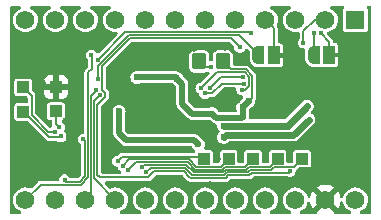
<source format=gbr>
%TF.GenerationSoftware,KiCad,Pcbnew,8.0.7*%
%TF.CreationDate,2025-01-16T05:51:54+01:00*%
%TF.ProjectId,RP2040Micro,52503230-3430-44d6-9963-726f2e6b6963,rev?*%
%TF.SameCoordinates,Original*%
%TF.FileFunction,Copper,L2,Bot*%
%TF.FilePolarity,Positive*%
%FSLAX46Y46*%
G04 Gerber Fmt 4.6, Leading zero omitted, Abs format (unit mm)*
G04 Created by KiCad (PCBNEW 8.0.7) date 2025-01-16 05:51:54*
%MOMM*%
%LPD*%
G01*
G04 APERTURE LIST*
G04 Aperture macros list*
%AMRoundRect*
0 Rectangle with rounded corners*
0 $1 Rounding radius*
0 $2 $3 $4 $5 $6 $7 $8 $9 X,Y pos of 4 corners*
0 Add a 4 corners polygon primitive as box body*
4,1,4,$2,$3,$4,$5,$6,$7,$8,$9,$2,$3,0*
0 Add four circle primitives for the rounded corners*
1,1,$1+$1,$2,$3*
1,1,$1+$1,$4,$5*
1,1,$1+$1,$6,$7*
1,1,$1+$1,$8,$9*
0 Add four rect primitives between the rounded corners*
20,1,$1+$1,$2,$3,$4,$5,0*
20,1,$1+$1,$4,$5,$6,$7,0*
20,1,$1+$1,$6,$7,$8,$9,0*
20,1,$1+$1,$8,$9,$2,$3,0*%
%AMFreePoly0*
4,1,19,0.550000,-0.750000,0.000000,-0.750000,0.000000,-0.744911,-0.071157,-0.744911,-0.207708,-0.704816,-0.327430,-0.627875,-0.420627,-0.520320,-0.479746,-0.390866,-0.500000,-0.250000,-0.500000,0.250000,-0.479746,0.390866,-0.420627,0.520320,-0.327430,0.627875,-0.207708,0.704816,-0.071157,0.744911,0.000000,0.744911,0.000000,0.750000,0.550000,0.750000,0.550000,-0.750000,0.550000,-0.750000,
$1*%
%AMFreePoly1*
4,1,19,0.000000,0.744911,0.071157,0.744911,0.207708,0.704816,0.327430,0.627875,0.420627,0.520320,0.479746,0.390866,0.500000,0.250000,0.500000,-0.250000,0.479746,-0.390866,0.420627,-0.520320,0.327430,-0.627875,0.207708,-0.704816,0.071157,-0.744911,0.000000,-0.744911,0.000000,-0.750000,-0.550000,-0.750000,-0.550000,0.750000,0.000000,0.750000,0.000000,0.744911,0.000000,0.744911,
$1*%
G04 Aperture macros list end*
%TA.AperFunction,EtchedComponent*%
%ADD10C,0.000000*%
%TD*%
%TA.AperFunction,ComponentPad*%
%ADD11R,1.574800X1.574800*%
%TD*%
%TA.AperFunction,ComponentPad*%
%ADD12C,1.574800*%
%TD*%
%TA.AperFunction,SMDPad,CuDef*%
%ADD13R,1.000000X1.000000*%
%TD*%
%TA.AperFunction,SMDPad,CuDef*%
%ADD14RoundRect,0.250000X-0.350000X-0.450000X0.350000X-0.450000X0.350000X0.450000X-0.350000X0.450000X0*%
%TD*%
%TA.AperFunction,SMDPad,CuDef*%
%ADD15FreePoly0,180.000000*%
%TD*%
%TA.AperFunction,SMDPad,CuDef*%
%ADD16R,1.000000X1.500000*%
%TD*%
%TA.AperFunction,SMDPad,CuDef*%
%ADD17FreePoly1,180.000000*%
%TD*%
%TA.AperFunction,ViaPad*%
%ADD18C,0.650000*%
%TD*%
%TA.AperFunction,ViaPad*%
%ADD19C,0.600000*%
%TD*%
%TA.AperFunction,ViaPad*%
%ADD20C,0.450000*%
%TD*%
%TA.AperFunction,Conductor*%
%ADD21C,0.600000*%
%TD*%
%TA.AperFunction,Conductor*%
%ADD22C,0.150000*%
%TD*%
%TA.AperFunction,Conductor*%
%ADD23C,0.500000*%
%TD*%
G04 APERTURE END LIST*
D10*
%TA.AperFunction,EtchedComponent*%
%TO.C,JP1*%
G36*
X133350000Y-86177500D02*
G01*
X132850000Y-86177500D01*
X132850000Y-85777500D01*
X133350000Y-85777500D01*
X133350000Y-86177500D01*
G37*
%TD.AperFunction*%
%TA.AperFunction,EtchedComponent*%
%TO.C,JP2*%
G36*
X128640000Y-86200000D02*
G01*
X128140000Y-86200000D01*
X128140000Y-85800000D01*
X128640000Y-85800000D01*
X128640000Y-86200000D01*
G37*
%TD.AperFunction*%
%TD*%
D11*
%TO.P,U5,1,1/TX*%
%TO.N,D1*%
X134650000Y-83000000D03*
D12*
%TO.P,U5,2,0/RX*%
%TO.N,D0*%
X132110000Y-83000000D03*
%TO.P,U5,3,GND*%
%TO.N,Net-(JP1-C)*%
X129570000Y-83000000D03*
%TO.P,U5,4,GND*%
%TO.N,Net-(JP2-C)*%
X127030000Y-83000000D03*
%TO.P,U5,5,2/SDA*%
%TO.N,D2*%
X124490000Y-83000000D03*
%TO.P,U5,6,3(PWM)/SCL*%
%TO.N,D3*%
X121950000Y-83000000D03*
%TO.P,U5,7,4/A6*%
%TO.N,D4*%
X119410000Y-83000000D03*
%TO.P,U5,8,5(PWM)*%
%TO.N,D5*%
X116870000Y-83000000D03*
%TO.P,U5,9,6(PWM)/A7*%
%TO.N,D6*%
X114330000Y-83000000D03*
%TO.P,U5,10,7*%
%TO.N,D7*%
X111790000Y-83000000D03*
%TO.P,U5,11,8/A8*%
%TO.N,D8*%
X109250000Y-83000000D03*
%TO.P,U5,12,9(PWM)/A9*%
%TO.N,D9*%
X106710000Y-83000000D03*
%TO.P,U5,13,10(PWM)/A10*%
%TO.N,D10*%
X106710000Y-98240000D03*
%TO.P,U5,14,16*%
%TO.N,D16*%
X109250000Y-98240000D03*
%TO.P,U5,15,14*%
%TO.N,D14*%
X111790000Y-98240000D03*
%TO.P,U5,16,15*%
%TO.N,D15*%
X114330000Y-98240000D03*
%TO.P,U5,17,18/A0*%
%TO.N,A0*%
X116870000Y-98240000D03*
%TO.P,U5,18,19/A1*%
%TO.N,A1*%
X119410000Y-98240000D03*
%TO.P,U5,19,20/A2*%
%TO.N,A2*%
X121950000Y-98240000D03*
%TO.P,U5,20,21/A3*%
%TO.N,A3*%
X124490000Y-98240000D03*
%TO.P,U5,21,+5V*%
%TO.N,3.3V*%
X127030000Y-98240000D03*
%TO.P,U5,22,RESET*%
%TO.N,BOOT_SEL*%
X129570000Y-98240000D03*
%TO.P,U5,23,GND*%
%TO.N,GND*%
X132110000Y-98240000D03*
%TO.P,U5,24,VIN*%
%TO.N,VIN*%
X134650000Y-98240000D03*
%TD*%
D13*
%TO.P,J6,1,Pin_1*%
%TO.N,GND*%
X109300000Y-88670000D03*
%TD*%
D14*
%TO.P,R5,1*%
%TO.N,/RP2040/QSPI_SS*%
X121425000Y-86525000D03*
%TO.P,R5,2*%
%TO.N,3.3V*%
X123425000Y-86525000D03*
%TD*%
D13*
%TO.P,J12,1,Pin_1*%
%TO.N,D19*%
X121825000Y-94750000D03*
%TD*%
D15*
%TO.P,JP1,1,A*%
%TO.N,GND*%
X133750000Y-85977500D03*
D16*
%TO.P,JP1,2,C*%
%TO.N,Net-(JP1-C)*%
X132450000Y-85977500D03*
D17*
%TO.P,JP1,3,B*%
%TO.N,D11*%
X131150000Y-85977500D03*
%TD*%
D15*
%TO.P,JP2,1,A*%
%TO.N,GND*%
X129040000Y-86000000D03*
D16*
%TO.P,JP2,2,C*%
%TO.N,Net-(JP2-C)*%
X127740000Y-86000000D03*
D17*
%TO.P,JP2,3,B*%
%TO.N,D12*%
X126440000Y-86000000D03*
%TD*%
D13*
%TO.P,J5,1,Pin_1*%
%TO.N,/RP2040/~{RST}*%
X106525000Y-90795000D03*
%TD*%
%TO.P,J16,1,Pin_1*%
%TO.N,D23*%
X130135000Y-94750000D03*
%TD*%
%TO.P,J3,1,Pin_1*%
%TO.N,/RP2040/SWD*%
X109300000Y-90750000D03*
%TD*%
%TO.P,J15,1,Pin_1*%
%TO.N,D22*%
X128060000Y-94750000D03*
%TD*%
%TO.P,J13,1,Pin_1*%
%TO.N,D20*%
X123910000Y-94750000D03*
%TD*%
%TO.P,J14,1,Pin_1*%
%TO.N,D21*%
X125985000Y-94750000D03*
%TD*%
%TO.P,J4,1,Pin_1*%
%TO.N,/RP2040/SWCLK*%
X106525000Y-88720000D03*
%TD*%
D18*
%TO.N,GND*%
X133310000Y-92360000D03*
X117919800Y-89776000D03*
X130550000Y-93625000D03*
X110740000Y-95640000D03*
D19*
X115625000Y-97425000D03*
D18*
X107000000Y-86725000D03*
X123575000Y-85300000D03*
X130375000Y-89350000D03*
X109500000Y-86825000D03*
X117144800Y-90551000D03*
X116950000Y-85250000D03*
X112040000Y-84590000D03*
X113868554Y-84431446D03*
X117919800Y-91326000D03*
D19*
X117500000Y-96900000D03*
D18*
X116369800Y-89776000D03*
X108425000Y-94700000D03*
X122900000Y-94760000D03*
D19*
X114775000Y-88200000D03*
D18*
X111625000Y-86775000D03*
X132275000Y-95725000D03*
X126075000Y-91075000D03*
X126360000Y-90390000D03*
X106800000Y-93020000D03*
X127300000Y-96725000D03*
D19*
X113850000Y-95575000D03*
D18*
X127850000Y-87575000D03*
X113875000Y-87200000D03*
X108175002Y-90106908D03*
X109900000Y-93900000D03*
D19*
X114775000Y-89500000D03*
D18*
X133290000Y-89330000D03*
X122375000Y-97025000D03*
X106820000Y-95640000D03*
D19*
X113475000Y-94850000D03*
D18*
X130350000Y-87500000D03*
X109640000Y-84660000D03*
X120960000Y-97230000D03*
X121000000Y-85400000D03*
X134675000Y-84850000D03*
X110175000Y-91525000D03*
X134850000Y-96600000D03*
X116369800Y-91326000D03*
X108110002Y-88388816D03*
X124630000Y-89770000D03*
X106720000Y-85010000D03*
X128650000Y-96700000D03*
D20*
%TO.N,/RP2040/USB_D-*%
X130685914Y-91445000D03*
D19*
X123495000Y-92950000D03*
%TO.N,/RP2040/USB_D+*%
X123495000Y-91950000D03*
D20*
X130555000Y-90320000D03*
%TO.N,/RP2040/SWD*%
X109575000Y-92075000D03*
%TO.N,/RP2040/SWCLK*%
X109175000Y-92475000D03*
%TO.N,/RP2040/~{RST}*%
X109704657Y-92875000D03*
%TO.N,/RP2040/QSPI_SS*%
X122400000Y-86975000D03*
%TO.N,D0*%
X130240000Y-84950000D03*
%TO.N,D10*%
X112300000Y-86000000D03*
%TO.N,/RP2040/QSPI_SD3*%
X125100000Y-87850000D03*
X122300000Y-88800000D03*
%TO.N,/RP2040/QSPI_SCLK*%
X121900000Y-89232189D03*
X125225000Y-88400000D03*
%TO.N,/RP2040/QSPI_SD0*%
X121582843Y-88782843D03*
X125048666Y-88929424D03*
%TO.N,D12*%
X112825000Y-87975000D03*
%TO.N,D11*%
X112819124Y-86375000D03*
X131134315Y-84150001D03*
X125820000Y-84150000D03*
%TO.N,D15*%
X113056417Y-89343583D03*
%TO.N,D14*%
X112675000Y-88925000D03*
%TO.N,D19*%
X114525000Y-94975000D03*
%TO.N,BOOT_SEL*%
X124870000Y-85330000D03*
X129110336Y-95825000D03*
%TO.N,D20*%
X114975000Y-95355381D03*
%TO.N,D21*%
X115409801Y-95742931D03*
%TO.N,D22*%
X116585000Y-95475000D03*
%TO.N,D23*%
X116950000Y-95925000D03*
D19*
%TO.N,3.3V*%
X116144800Y-87880092D03*
X116205000Y-93167200D03*
X114640268Y-90742268D03*
X125614913Y-89895087D03*
X119546232Y-87978768D03*
X121350000Y-93550000D03*
X125110000Y-91250000D03*
X125110000Y-90400000D03*
X122520000Y-90950000D03*
D20*
%TO.N,Net-(JP1-C)*%
X131700000Y-84150000D03*
%TO.N,D16*%
X110025000Y-96550000D03*
X111625000Y-93125000D03*
%TD*%
D21*
%TO.N,/RP2040/USB_D-*%
X123695000Y-92750000D02*
X123495000Y-92950000D01*
X130685914Y-91445000D02*
X129380914Y-92750000D01*
X129380914Y-92750000D02*
X123695000Y-92750000D01*
%TO.N,/RP2040/USB_D+*%
X130555000Y-90320000D02*
X128925000Y-91950000D01*
X128925000Y-91950000D02*
X123495000Y-91950000D01*
D22*
%TO.N,/RP2040/SWD*%
X109300000Y-91800000D02*
X109300000Y-90750000D01*
X109575000Y-92075000D02*
X109300000Y-91800000D01*
%TO.N,/RP2040/SWCLK*%
X107230000Y-89425000D02*
X106550000Y-88745000D01*
X107230000Y-91088578D02*
X107230000Y-89425000D01*
X108616422Y-92475000D02*
X107230000Y-91088578D01*
X109175000Y-92475000D02*
X108616422Y-92475000D01*
%TO.N,/RP2040/~{RST}*%
X109704657Y-92875000D02*
X109672877Y-92906780D01*
X106582868Y-90795000D02*
X106525000Y-90795000D01*
X109672877Y-92906780D02*
X108694648Y-92906780D01*
X108694648Y-92906780D02*
X106582868Y-90795000D01*
%TO.N,/RP2040/QSPI_SS*%
X121425000Y-86525000D02*
X121875000Y-86975000D01*
X121875000Y-86975000D02*
X122400000Y-86975000D01*
%TO.N,D1*%
X134230000Y-83430000D02*
X134610000Y-83050000D01*
%TO.N,D0*%
X130240000Y-84950000D02*
X130240000Y-83980000D01*
X130240000Y-83980000D02*
X131220000Y-83000000D01*
X131220000Y-83000000D02*
X132110000Y-83000000D01*
X132070000Y-83610000D02*
X132070000Y-83050000D01*
%TO.N,D2*%
X123892892Y-83050000D02*
X124450000Y-83050000D01*
X124430000Y-83050000D02*
X124440000Y-83060000D01*
X123875000Y-83050000D02*
X124430000Y-83050000D01*
%TO.N,D10*%
X112025000Y-87450000D02*
X112025000Y-96345000D01*
X112300000Y-86000000D02*
X112350000Y-86050000D01*
X111420000Y-96950000D02*
X108000000Y-96950000D01*
X112025000Y-96345000D02*
X111420000Y-96950000D01*
X112350000Y-86050000D02*
X112350000Y-87125000D01*
X112350000Y-87125000D02*
X112025000Y-87450000D01*
X108000000Y-96950000D02*
X106710000Y-98240000D01*
%TO.N,/RP2040/QSPI_SD3*%
X123250000Y-87800000D02*
X125050000Y-87800000D01*
X122300000Y-88750000D02*
X123250000Y-87800000D01*
X122300000Y-88800000D02*
X122300000Y-88750000D01*
X125050000Y-87800000D02*
X125100000Y-87850000D01*
%TO.N,/RP2040/QSPI_SCLK*%
X121900000Y-89232189D02*
X122542811Y-89232189D01*
X123375000Y-88400000D02*
X125225000Y-88400000D01*
X122542811Y-89232189D02*
X123375000Y-88400000D01*
%TO.N,/RP2040/QSPI_SD0*%
X125265686Y-87450000D02*
X122915686Y-87450000D01*
X125625000Y-88565686D02*
X125625000Y-87809314D01*
X125625000Y-87809314D02*
X125265686Y-87450000D01*
X122915686Y-87450000D02*
X121582843Y-88782843D01*
X125261262Y-88929424D02*
X125625000Y-88565686D01*
X125048666Y-88929424D02*
X125261262Y-88929424D01*
%TO.N,A1*%
X119340000Y-98290000D02*
X119370000Y-98290000D01*
%TO.N,D12*%
X124800000Y-84300000D02*
X126215000Y-85715000D01*
X112825000Y-87975000D02*
X112825000Y-86934810D01*
X115459810Y-84300000D02*
X124800000Y-84300000D01*
X112825000Y-86934810D02*
X115459810Y-84300000D01*
%TO.N,D11*%
X131150000Y-84165686D02*
X131150000Y-85467500D01*
X131134315Y-84150001D02*
X131150000Y-84165686D01*
X115144124Y-84050000D02*
X125720000Y-84050000D01*
X112819124Y-86375000D02*
X115144124Y-84050000D01*
X125720000Y-84050000D02*
X125820000Y-84150000D01*
%TO.N,D15*%
X112525000Y-96435000D02*
X114330000Y-98240000D01*
X112525000Y-89875000D02*
X112525000Y-96435000D01*
X113056417Y-89343583D02*
X112525000Y-89875000D01*
%TO.N,D14*%
X112675000Y-89025000D02*
X112275000Y-89425000D01*
X112275000Y-97755000D02*
X111790000Y-98240000D01*
X111750000Y-98290000D02*
X111758000Y-98298000D01*
X112275000Y-89425000D02*
X112275000Y-97755000D01*
X112025000Y-98015000D02*
X111750000Y-98290000D01*
X112675000Y-88925000D02*
X112675000Y-89025000D01*
%TO.N,D19*%
X114925000Y-94575000D02*
X121650000Y-94575000D01*
X114525000Y-94975000D02*
X114925000Y-94575000D01*
X121650000Y-94575000D02*
X121825000Y-94750000D01*
%TO.N,BOOT_SEL*%
X117615686Y-95825000D02*
X120135785Y-95825000D01*
X113020000Y-96350000D02*
X117090686Y-96350000D01*
X123649216Y-96425000D02*
X123899216Y-96175000D01*
X117090686Y-96350000D02*
X117615686Y-95825000D01*
X113456417Y-89509269D02*
X112775000Y-90190686D01*
X112775000Y-96105000D02*
X113020000Y-96350000D01*
X129005336Y-95930000D02*
X129110336Y-95825000D01*
X125620662Y-96175000D02*
X125865662Y-95930000D01*
X113225000Y-88946480D02*
X113456417Y-89177897D01*
X125865662Y-95930000D02*
X129005336Y-95930000D01*
X115563364Y-84550000D02*
X113225000Y-86888364D01*
X120735784Y-96425000D02*
X123649216Y-96425000D01*
X129570000Y-97695000D02*
X129570000Y-98240000D01*
X123899216Y-96175000D02*
X125620662Y-96175000D01*
X124870000Y-85330000D02*
X124090000Y-84550000D01*
X113456417Y-89177897D02*
X113456417Y-89509269D01*
X124090000Y-84550000D02*
X115563364Y-84550000D01*
X120589338Y-96278553D02*
X120735784Y-96425000D01*
X112775000Y-90190686D02*
X112775000Y-96105000D01*
X120135785Y-95825000D02*
X120589338Y-96278553D01*
X113225000Y-86888364D02*
X113225000Y-88946480D01*
%TO.N,D20*%
X115505381Y-94825000D02*
X120550000Y-94825000D01*
X121150000Y-95425000D02*
X123235000Y-95425000D01*
X123235000Y-95425000D02*
X123910000Y-94750000D01*
X120550000Y-94825000D02*
X121150000Y-95425000D01*
X114975000Y-95355381D02*
X115505381Y-94825000D01*
%TO.N,D21*%
X123588554Y-95425000D02*
X125310000Y-95425000D01*
X125310000Y-95425000D02*
X125985000Y-94750000D01*
X120446446Y-95075000D02*
X121046446Y-95675000D01*
X123338554Y-95675000D02*
X123588554Y-95425000D01*
X121046446Y-95675000D02*
X123338554Y-95675000D01*
X115409801Y-95742931D02*
X116077732Y-95075000D01*
X116077732Y-95075000D02*
X120446446Y-95075000D01*
%TO.N,D22*%
X125413554Y-95675000D02*
X125658554Y-95430000D01*
X127380000Y-95430000D02*
X128060000Y-94750000D01*
X116585000Y-95475000D02*
X116735000Y-95325000D01*
X116735000Y-95325000D02*
X120342892Y-95325000D01*
X125658554Y-95430000D02*
X127380000Y-95430000D01*
X123692108Y-95675000D02*
X125413554Y-95675000D01*
X120342892Y-95325000D02*
X120942892Y-95925000D01*
X123442108Y-95925000D02*
X123692108Y-95675000D01*
X120942892Y-95925000D02*
X123442108Y-95925000D01*
%TO.N,D23*%
X123545662Y-96175000D02*
X123795662Y-95925000D01*
X123795662Y-95925000D02*
X125517108Y-95925000D01*
X120839338Y-96175000D02*
X123545662Y-96175000D01*
X116950000Y-95925000D02*
X117300000Y-95575000D01*
X120239338Y-95575000D02*
X120839338Y-96175000D01*
X127738554Y-95425000D02*
X129460000Y-95425000D01*
X125517108Y-95925000D02*
X125762108Y-95680000D01*
X125762108Y-95680000D02*
X127483554Y-95680000D01*
X117300000Y-95575000D02*
X120239338Y-95575000D01*
X127483554Y-95680000D02*
X127738554Y-95425000D01*
X129460000Y-95425000D02*
X130135000Y-94750000D01*
%TO.N,3.3V*%
X116064692Y-87960200D02*
X116144800Y-87880092D01*
D23*
X122520000Y-90950000D02*
X122870000Y-91300000D01*
X120000000Y-88432536D02*
X119546232Y-87978768D01*
X120800000Y-90950000D02*
X120000000Y-90150000D01*
X122520000Y-90950000D02*
X120800000Y-90950000D01*
D22*
X125900000Y-87730760D02*
X125369240Y-87200000D01*
D23*
X120000000Y-90150000D02*
X120000000Y-88432536D01*
D22*
X123800000Y-86480000D02*
X123830000Y-86450000D01*
X125900000Y-89610000D02*
X125900000Y-87730760D01*
D23*
X114640268Y-90742268D02*
X114640268Y-92590268D01*
X119546232Y-87978768D02*
X119417464Y-87850000D01*
X125110000Y-90400000D02*
X125110000Y-91250000D01*
X125614913Y-89895087D02*
X125110000Y-90400000D01*
D22*
X125614913Y-89895087D02*
X125900000Y-89610000D01*
D23*
X116172200Y-93200000D02*
X116205000Y-93167200D01*
X116212800Y-93175000D02*
X120975000Y-93175000D01*
D22*
X125369240Y-87200000D02*
X124100000Y-87200000D01*
D23*
X116205000Y-93167200D02*
X116212800Y-93175000D01*
X125060000Y-91300000D02*
X125110000Y-91250000D01*
X114640268Y-92590268D02*
X115250000Y-93200000D01*
X119417464Y-87850000D02*
X116174892Y-87850000D01*
X116174892Y-87850000D02*
X116144800Y-87880092D01*
D22*
X124100000Y-87200000D02*
X123425000Y-86525000D01*
D23*
X115250000Y-93200000D02*
X116172200Y-93200000D01*
X120975000Y-93175000D02*
X121350000Y-93550000D01*
X122870000Y-91300000D02*
X125060000Y-91300000D01*
D22*
%TO.N,Net-(JP1-C)*%
X132450000Y-84900000D02*
X132450000Y-85467500D01*
X131700000Y-84150000D02*
X132450000Y-84900000D01*
%TO.N,Net-(JP2-C)*%
X127740000Y-86000000D02*
X127740000Y-83710000D01*
X127740000Y-83710000D02*
X127030000Y-83000000D01*
%TO.N,D16*%
X111316446Y-96700000D02*
X110175000Y-96700000D01*
X111775000Y-93275000D02*
X111775000Y-96241446D01*
X111625000Y-93125000D02*
X111775000Y-93275000D01*
X111775000Y-96241446D02*
X111316446Y-96700000D01*
X110175000Y-96700000D02*
X110025000Y-96550000D01*
%TD*%
%TA.AperFunction,Conductor*%
%TO.N,GND*%
G36*
X106268229Y-81850185D02*
G01*
X106313984Y-81902989D01*
X106323928Y-81972147D01*
X106294903Y-82035703D01*
X106259643Y-82063858D01*
X106130589Y-82132838D01*
X106130582Y-82132842D01*
X105972542Y-82262542D01*
X105842842Y-82420582D01*
X105842838Y-82420589D01*
X105746466Y-82600889D01*
X105687117Y-82796533D01*
X105667078Y-83000000D01*
X105687117Y-83203466D01*
X105746466Y-83399110D01*
X105842838Y-83579410D01*
X105842842Y-83579417D01*
X105972542Y-83737457D01*
X106130582Y-83867157D01*
X106130589Y-83867161D01*
X106173846Y-83890282D01*
X106310891Y-83963534D01*
X106506536Y-84022883D01*
X106710000Y-84042922D01*
X106913464Y-84022883D01*
X107109109Y-83963534D01*
X107289416Y-83867158D01*
X107447457Y-83737457D01*
X107577158Y-83579416D01*
X107673534Y-83399109D01*
X107732883Y-83203464D01*
X107752922Y-83000000D01*
X107732883Y-82796536D01*
X107673534Y-82600891D01*
X107577158Y-82420584D01*
X107577157Y-82420582D01*
X107447457Y-82262542D01*
X107289417Y-82132842D01*
X107289410Y-82132838D01*
X107160357Y-82063858D01*
X107110513Y-82014896D01*
X107095052Y-81946758D01*
X107118883Y-81881079D01*
X107174441Y-81838710D01*
X107218810Y-81830500D01*
X108741190Y-81830500D01*
X108808229Y-81850185D01*
X108853984Y-81902989D01*
X108863928Y-81972147D01*
X108834903Y-82035703D01*
X108799643Y-82063858D01*
X108670589Y-82132838D01*
X108670582Y-82132842D01*
X108512542Y-82262542D01*
X108382842Y-82420582D01*
X108382838Y-82420589D01*
X108286466Y-82600889D01*
X108227117Y-82796533D01*
X108207078Y-83000000D01*
X108227117Y-83203466D01*
X108286466Y-83399110D01*
X108382838Y-83579410D01*
X108382842Y-83579417D01*
X108512542Y-83737457D01*
X108670582Y-83867157D01*
X108670589Y-83867161D01*
X108713846Y-83890282D01*
X108850891Y-83963534D01*
X109046536Y-84022883D01*
X109250000Y-84042922D01*
X109453464Y-84022883D01*
X109649109Y-83963534D01*
X109829416Y-83867158D01*
X109987457Y-83737457D01*
X110117158Y-83579416D01*
X110213534Y-83399109D01*
X110272883Y-83203464D01*
X110292922Y-83000000D01*
X110272883Y-82796536D01*
X110213534Y-82600891D01*
X110117158Y-82420584D01*
X110117157Y-82420582D01*
X109987457Y-82262542D01*
X109829417Y-82132842D01*
X109829410Y-82132838D01*
X109700357Y-82063858D01*
X109650513Y-82014896D01*
X109635052Y-81946758D01*
X109658883Y-81881079D01*
X109714441Y-81838710D01*
X109758810Y-81830500D01*
X111281190Y-81830500D01*
X111348229Y-81850185D01*
X111393984Y-81902989D01*
X111403928Y-81972147D01*
X111374903Y-82035703D01*
X111339643Y-82063858D01*
X111210589Y-82132838D01*
X111210582Y-82132842D01*
X111052542Y-82262542D01*
X110922842Y-82420582D01*
X110922838Y-82420589D01*
X110826466Y-82600889D01*
X110767117Y-82796533D01*
X110747078Y-83000000D01*
X110767117Y-83203466D01*
X110826466Y-83399110D01*
X110922838Y-83579410D01*
X110922842Y-83579417D01*
X111052542Y-83737457D01*
X111210582Y-83867157D01*
X111210589Y-83867161D01*
X111253846Y-83890282D01*
X111390891Y-83963534D01*
X111586536Y-84022883D01*
X111790000Y-84042922D01*
X111993464Y-84022883D01*
X112189109Y-83963534D01*
X112369416Y-83867158D01*
X112527457Y-83737457D01*
X112657158Y-83579416D01*
X112753534Y-83399109D01*
X112812883Y-83203464D01*
X112832922Y-83000000D01*
X112812883Y-82796536D01*
X112753534Y-82600891D01*
X112657158Y-82420584D01*
X112657157Y-82420582D01*
X112527457Y-82262542D01*
X112369417Y-82132842D01*
X112369410Y-82132838D01*
X112240357Y-82063858D01*
X112190513Y-82014896D01*
X112175052Y-81946758D01*
X112198883Y-81881079D01*
X112254441Y-81838710D01*
X112298810Y-81830500D01*
X113821190Y-81830500D01*
X113888229Y-81850185D01*
X113933984Y-81902989D01*
X113943928Y-81972147D01*
X113914903Y-82035703D01*
X113879643Y-82063858D01*
X113750589Y-82132838D01*
X113750582Y-82132842D01*
X113592542Y-82262542D01*
X113462842Y-82420582D01*
X113462838Y-82420589D01*
X113366466Y-82600889D01*
X113307117Y-82796533D01*
X113287078Y-83000000D01*
X113307117Y-83203466D01*
X113366466Y-83399110D01*
X113462838Y-83579410D01*
X113462842Y-83579417D01*
X113592542Y-83737457D01*
X113750582Y-83867157D01*
X113750589Y-83867161D01*
X113793846Y-83890282D01*
X113930891Y-83963534D01*
X114126536Y-84022883D01*
X114330000Y-84042922D01*
X114385413Y-84037464D01*
X114454059Y-84050483D01*
X114504769Y-84098547D01*
X114521444Y-84166398D01*
X114498788Y-84232493D01*
X114485248Y-84248548D01*
X112921140Y-85812656D01*
X112859817Y-85846141D01*
X112790125Y-85841157D01*
X112734192Y-85799285D01*
X112720665Y-85776488D01*
X112704131Y-85740285D01*
X112704130Y-85740282D01*
X112681035Y-85713629D01*
X112614590Y-85636946D01*
X112614586Y-85636942D01*
X112517421Y-85574500D01*
X112499561Y-85563022D01*
X112499560Y-85563021D01*
X112499559Y-85563021D01*
X112368368Y-85524500D01*
X112368367Y-85524500D01*
X112231633Y-85524500D01*
X112231632Y-85524500D01*
X112100440Y-85563021D01*
X111985413Y-85636942D01*
X111985409Y-85636946D01*
X111895872Y-85740278D01*
X111895867Y-85740285D01*
X111839070Y-85864654D01*
X111839068Y-85864662D01*
X111819610Y-86000000D01*
X111839068Y-86135337D01*
X111839070Y-86135345D01*
X111895867Y-86259714D01*
X111895872Y-86259721D01*
X111991219Y-86369758D01*
X111989199Y-86371508D01*
X112019475Y-86418612D01*
X112024500Y-86453554D01*
X112024500Y-86938811D01*
X112004815Y-87005850D01*
X111988181Y-87026492D01*
X111764537Y-87250135D01*
X111764533Y-87250141D01*
X111721681Y-87324361D01*
X111721682Y-87324362D01*
X111699500Y-87407147D01*
X111699500Y-92525500D01*
X111679815Y-92592539D01*
X111627011Y-92638294D01*
X111575500Y-92649500D01*
X111556632Y-92649500D01*
X111425440Y-92688021D01*
X111310413Y-92761942D01*
X111310409Y-92761946D01*
X111220872Y-92865278D01*
X111220867Y-92865285D01*
X111164070Y-92989654D01*
X111164068Y-92989662D01*
X111144610Y-93125000D01*
X111164068Y-93260337D01*
X111164070Y-93260345D01*
X111220867Y-93384714D01*
X111220872Y-93384721D01*
X111310409Y-93488053D01*
X111310413Y-93488057D01*
X111392538Y-93540834D01*
X111438294Y-93593637D01*
X111449500Y-93645150D01*
X111449500Y-96055257D01*
X111429815Y-96122296D01*
X111413181Y-96142938D01*
X111217938Y-96338181D01*
X111156615Y-96371666D01*
X111130257Y-96374500D01*
X110547280Y-96374500D01*
X110480241Y-96354815D01*
X110434486Y-96302011D01*
X110429130Y-96290282D01*
X110339589Y-96186945D01*
X110339586Y-96186942D01*
X110224559Y-96113021D01*
X110093368Y-96074500D01*
X110093367Y-96074500D01*
X109956633Y-96074500D01*
X109956632Y-96074500D01*
X109825440Y-96113021D01*
X109710413Y-96186942D01*
X109710409Y-96186946D01*
X109620872Y-96290278D01*
X109620867Y-96290285D01*
X109564070Y-96414654D01*
X109564068Y-96414663D01*
X109561077Y-96435465D01*
X109551320Y-96503334D01*
X109549190Y-96518146D01*
X109520165Y-96581702D01*
X109461387Y-96619477D01*
X109426452Y-96624500D01*
X107957147Y-96624500D01*
X107874362Y-96646682D01*
X107874359Y-96646683D01*
X107824449Y-96675499D01*
X107807186Y-96685466D01*
X107802594Y-96688116D01*
X107800134Y-96689537D01*
X107241303Y-97248368D01*
X107179980Y-97281853D01*
X107115244Y-97277223D01*
X107114938Y-97278234D01*
X107110484Y-97276883D01*
X107110288Y-97276869D01*
X107109782Y-97276670D01*
X106913466Y-97217117D01*
X106710000Y-97197078D01*
X106506533Y-97217117D01*
X106310889Y-97276466D01*
X106130589Y-97372838D01*
X106130582Y-97372842D01*
X105972542Y-97502542D01*
X105842842Y-97660582D01*
X105842838Y-97660589D01*
X105746466Y-97840889D01*
X105687117Y-98036533D01*
X105667078Y-98240000D01*
X105687117Y-98443466D01*
X105746466Y-98639110D01*
X105842838Y-98819410D01*
X105842842Y-98819417D01*
X105972542Y-98977457D01*
X106130582Y-99107157D01*
X106130589Y-99107161D01*
X106297060Y-99196142D01*
X106346904Y-99245104D01*
X106362365Y-99313242D01*
X106338533Y-99378921D01*
X106282976Y-99421290D01*
X106238607Y-99429500D01*
X105524500Y-99429500D01*
X105457461Y-99409815D01*
X105411706Y-99357011D01*
X105400500Y-99305500D01*
X105400500Y-88195321D01*
X105774500Y-88195321D01*
X105774500Y-89244678D01*
X105789032Y-89317735D01*
X105789033Y-89317739D01*
X105796103Y-89328320D01*
X105844399Y-89400601D01*
X105927260Y-89455966D01*
X105927264Y-89455967D01*
X106000321Y-89470499D01*
X106000324Y-89470500D01*
X106000326Y-89470500D01*
X106763811Y-89470500D01*
X106830850Y-89490185D01*
X106851492Y-89506819D01*
X106868181Y-89523508D01*
X106901666Y-89584831D01*
X106904500Y-89611189D01*
X106904500Y-89920500D01*
X106884815Y-89987539D01*
X106832011Y-90033294D01*
X106780500Y-90044500D01*
X106000323Y-90044500D01*
X105927264Y-90059032D01*
X105927260Y-90059033D01*
X105844399Y-90114399D01*
X105789033Y-90197260D01*
X105789032Y-90197264D01*
X105774500Y-90270321D01*
X105774500Y-91319678D01*
X105789032Y-91392735D01*
X105789033Y-91392739D01*
X105789034Y-91392740D01*
X105844399Y-91475601D01*
X105909691Y-91519227D01*
X105927260Y-91530966D01*
X105927264Y-91530967D01*
X106000321Y-91545499D01*
X106000324Y-91545500D01*
X106000326Y-91545500D01*
X106821679Y-91545500D01*
X106888718Y-91565185D01*
X106909360Y-91581819D01*
X108494786Y-93167245D01*
X108569009Y-93210098D01*
X108651795Y-93232280D01*
X108737501Y-93232280D01*
X109344673Y-93232280D01*
X109411710Y-93251963D01*
X109505096Y-93311978D01*
X109505098Y-93311978D01*
X109505099Y-93311979D01*
X109636289Y-93350500D01*
X109636290Y-93350500D01*
X109773024Y-93350500D01*
X109904218Y-93311978D01*
X110019246Y-93238055D01*
X110108787Y-93134718D01*
X110165588Y-93010342D01*
X110185047Y-92875000D01*
X110165588Y-92739658D01*
X110147248Y-92699500D01*
X110108789Y-92615285D01*
X110108784Y-92615278D01*
X110019247Y-92511946D01*
X110019243Y-92511942D01*
X110014566Y-92508937D01*
X109968810Y-92456134D01*
X109958866Y-92386975D01*
X109977294Y-92337573D01*
X109979121Y-92334727D01*
X109979130Y-92334718D01*
X110035931Y-92210342D01*
X110055390Y-92075000D01*
X110035931Y-91939658D01*
X109991722Y-91842854D01*
X109979132Y-91815285D01*
X109979127Y-91815278D01*
X109889590Y-91711946D01*
X109889587Y-91711943D01*
X109878386Y-91704745D01*
X109832632Y-91651941D01*
X109822688Y-91582783D01*
X109851713Y-91519227D01*
X109887860Y-91493163D01*
X109887585Y-91492751D01*
X109897739Y-91485966D01*
X109897740Y-91485966D01*
X109980601Y-91430601D01*
X110035966Y-91347740D01*
X110050500Y-91274674D01*
X110050500Y-90225326D01*
X110050500Y-90225323D01*
X110050499Y-90225321D01*
X110035967Y-90152264D01*
X110035966Y-90152260D01*
X110015999Y-90122377D01*
X109980601Y-90069399D01*
X109897740Y-90014034D01*
X109897739Y-90014033D01*
X109897735Y-90014032D01*
X109824677Y-89999500D01*
X109824674Y-89999500D01*
X108775326Y-89999500D01*
X108775323Y-89999500D01*
X108702264Y-90014032D01*
X108702260Y-90014033D01*
X108619399Y-90069399D01*
X108564033Y-90152260D01*
X108564032Y-90152264D01*
X108549500Y-90225321D01*
X108549500Y-91274678D01*
X108564032Y-91347735D01*
X108564033Y-91347739D01*
X108582405Y-91375235D01*
X108619399Y-91430601D01*
X108702260Y-91485966D01*
X108702264Y-91485967D01*
X108775321Y-91500499D01*
X108775324Y-91500500D01*
X108775326Y-91500500D01*
X108850500Y-91500500D01*
X108917539Y-91520185D01*
X108963294Y-91572989D01*
X108974500Y-91624500D01*
X108974500Y-91842854D01*
X108995816Y-91922409D01*
X108994153Y-91992259D01*
X108954989Y-92050121D01*
X108943080Y-92058817D01*
X108855155Y-92115322D01*
X108788115Y-92135006D01*
X108721076Y-92115321D01*
X108700435Y-92098687D01*
X108147248Y-91545500D01*
X107591819Y-90990070D01*
X107558334Y-90928747D01*
X107555500Y-90902389D01*
X107555500Y-89382150D01*
X107555500Y-89382147D01*
X107541077Y-89328318D01*
X107533318Y-89299361D01*
X107490465Y-89225138D01*
X107483171Y-89217844D01*
X108300000Y-89217844D01*
X108306401Y-89277372D01*
X108306403Y-89277379D01*
X108356645Y-89412086D01*
X108356649Y-89412093D01*
X108442809Y-89527187D01*
X108442812Y-89527190D01*
X108557906Y-89613350D01*
X108557913Y-89613354D01*
X108692620Y-89663596D01*
X108692627Y-89663598D01*
X108752155Y-89669999D01*
X108752172Y-89670000D01*
X109050000Y-89670000D01*
X109550000Y-89670000D01*
X109847828Y-89670000D01*
X109847844Y-89669999D01*
X109907372Y-89663598D01*
X109907379Y-89663596D01*
X110042086Y-89613354D01*
X110042093Y-89613350D01*
X110157187Y-89527190D01*
X110157190Y-89527187D01*
X110243350Y-89412093D01*
X110243354Y-89412086D01*
X110293596Y-89277379D01*
X110293598Y-89277372D01*
X110299999Y-89217844D01*
X110300000Y-89217827D01*
X110300000Y-88920000D01*
X109550000Y-88920000D01*
X109550000Y-89670000D01*
X109050000Y-89670000D01*
X109050000Y-88920000D01*
X108300000Y-88920000D01*
X108300000Y-89217844D01*
X107483171Y-89217844D01*
X107311819Y-89046492D01*
X107278334Y-88985169D01*
X107275500Y-88958811D01*
X107275500Y-88195323D01*
X107275499Y-88195321D01*
X107260967Y-88122264D01*
X107260966Y-88122260D01*
X107260896Y-88122155D01*
X108300000Y-88122155D01*
X108300000Y-88420000D01*
X109050000Y-88420000D01*
X109550000Y-88420000D01*
X110300000Y-88420000D01*
X110300000Y-88122172D01*
X110299999Y-88122155D01*
X110293598Y-88062627D01*
X110293596Y-88062620D01*
X110243354Y-87927913D01*
X110243350Y-87927906D01*
X110157190Y-87812812D01*
X110157187Y-87812809D01*
X110042093Y-87726649D01*
X110042086Y-87726645D01*
X109907379Y-87676403D01*
X109907372Y-87676401D01*
X109847844Y-87670000D01*
X109550000Y-87670000D01*
X109550000Y-88420000D01*
X109050000Y-88420000D01*
X109050000Y-87670000D01*
X108752155Y-87670000D01*
X108692627Y-87676401D01*
X108692620Y-87676403D01*
X108557913Y-87726645D01*
X108557906Y-87726649D01*
X108442812Y-87812809D01*
X108442809Y-87812812D01*
X108356649Y-87927906D01*
X108356645Y-87927913D01*
X108306403Y-88062620D01*
X108306401Y-88062627D01*
X108300000Y-88122155D01*
X107260896Y-88122155D01*
X107253003Y-88110342D01*
X107205601Y-88039399D01*
X107122740Y-87984034D01*
X107122739Y-87984033D01*
X107122735Y-87984032D01*
X107049677Y-87969500D01*
X107049674Y-87969500D01*
X106000326Y-87969500D01*
X106000323Y-87969500D01*
X105927264Y-87984032D01*
X105927260Y-87984033D01*
X105844399Y-88039399D01*
X105789033Y-88122260D01*
X105789032Y-88122264D01*
X105774500Y-88195321D01*
X105400500Y-88195321D01*
X105400500Y-81954500D01*
X105420185Y-81887461D01*
X105472989Y-81841706D01*
X105524500Y-81830500D01*
X106201190Y-81830500D01*
X106268229Y-81850185D01*
G37*
%TD.AperFunction*%
%TA.AperFunction,Conductor*%
G36*
X129128229Y-81850185D02*
G01*
X129173984Y-81902989D01*
X129183928Y-81972147D01*
X129154903Y-82035703D01*
X129119643Y-82063858D01*
X128990589Y-82132838D01*
X128990582Y-82132842D01*
X128832542Y-82262542D01*
X128702842Y-82420582D01*
X128702838Y-82420589D01*
X128606466Y-82600889D01*
X128547117Y-82796533D01*
X128527078Y-83000000D01*
X128547117Y-83203466D01*
X128606466Y-83399110D01*
X128702838Y-83579410D01*
X128702842Y-83579417D01*
X128832542Y-83737457D01*
X128990582Y-83867157D01*
X128990589Y-83867161D01*
X129033846Y-83890282D01*
X129170891Y-83963534D01*
X129366536Y-84022883D01*
X129570000Y-84042922D01*
X129773464Y-84022883D01*
X129773464Y-84022882D01*
X129778346Y-84022402D01*
X129846992Y-84035421D01*
X129897702Y-84083486D01*
X129914500Y-84145805D01*
X129914500Y-84553288D01*
X129894815Y-84620327D01*
X129884213Y-84634490D01*
X129835872Y-84690277D01*
X129835867Y-84690285D01*
X129779070Y-84814654D01*
X129779068Y-84814662D01*
X129759610Y-84950000D01*
X129779068Y-85085337D01*
X129779070Y-85085345D01*
X129835867Y-85209714D01*
X129835872Y-85209721D01*
X129925409Y-85313053D01*
X129925413Y-85313057D01*
X129951778Y-85330000D01*
X130040439Y-85386978D01*
X130106036Y-85406239D01*
X130171632Y-85425500D01*
X130287048Y-85425500D01*
X130354087Y-85445185D01*
X130399842Y-85497989D01*
X130409786Y-85567147D01*
X130391959Y-85691138D01*
X130391959Y-85763861D01*
X130393238Y-85772756D01*
X130394500Y-85790402D01*
X130394500Y-86164597D01*
X130393238Y-86182242D01*
X130391959Y-86191135D01*
X130391959Y-86263861D01*
X130412419Y-86406171D01*
X130432910Y-86475957D01*
X130492630Y-86606727D01*
X130492639Y-86606743D01*
X130531950Y-86667911D01*
X130531961Y-86667927D01*
X130626106Y-86776577D01*
X130681069Y-86824202D01*
X130802017Y-86901931D01*
X130802020Y-86901932D01*
X130802023Y-86901934D01*
X130868174Y-86932144D01*
X131006129Y-86972651D01*
X131078111Y-86983000D01*
X131078113Y-86983000D01*
X131700002Y-86983000D01*
X131801040Y-86962902D01*
X131849424Y-86962902D01*
X131925323Y-86978000D01*
X131925326Y-86978000D01*
X132974676Y-86978000D01*
X132974677Y-86977999D01*
X133047740Y-86963466D01*
X133130601Y-86908101D01*
X133185966Y-86825240D01*
X133200500Y-86752174D01*
X133200500Y-85202826D01*
X133200500Y-85202823D01*
X133200499Y-85202821D01*
X133185967Y-85129764D01*
X133185966Y-85129760D01*
X133130601Y-85046899D01*
X133047740Y-84991534D01*
X133047739Y-84991533D01*
X133047735Y-84991532D01*
X132974677Y-84977000D01*
X132974674Y-84977000D01*
X132899500Y-84977000D01*
X132832461Y-84957315D01*
X132786706Y-84904511D01*
X132778111Y-84865002D01*
X132776561Y-84865207D01*
X132775500Y-84857149D01*
X132775500Y-84857147D01*
X132753318Y-84774362D01*
X132753318Y-84774361D01*
X132710465Y-84700138D01*
X132243724Y-84233397D01*
X132210239Y-84172074D01*
X132215223Y-84102382D01*
X132257095Y-84046449D01*
X132308009Y-84026687D01*
X132307489Y-84024072D01*
X132313462Y-84022883D01*
X132313464Y-84022883D01*
X132509109Y-83963534D01*
X132689416Y-83867158D01*
X132847457Y-83737457D01*
X132977158Y-83579416D01*
X133073534Y-83399109D01*
X133132883Y-83203464D01*
X133152922Y-83000000D01*
X133132883Y-82796536D01*
X133073534Y-82600891D01*
X132977158Y-82420584D01*
X132977157Y-82420582D01*
X132847457Y-82262542D01*
X132689417Y-82132842D01*
X132689410Y-82132838D01*
X132560357Y-82063858D01*
X132510513Y-82014896D01*
X132495052Y-81946758D01*
X132518883Y-81881079D01*
X132574441Y-81838710D01*
X132618810Y-81830500D01*
X133584649Y-81830500D01*
X133651688Y-81850185D01*
X133697443Y-81902989D01*
X133707387Y-81972147D01*
X133687752Y-82023390D01*
X133682000Y-82031998D01*
X133681999Y-82031999D01*
X133661581Y-82062556D01*
X133626633Y-82114860D01*
X133626632Y-82114864D01*
X133612100Y-82187921D01*
X133612100Y-83812078D01*
X133626632Y-83885135D01*
X133626633Y-83885139D01*
X133645005Y-83912635D01*
X133681999Y-83968001D01*
X133751829Y-84014659D01*
X133764860Y-84023366D01*
X133764864Y-84023367D01*
X133837921Y-84037899D01*
X133837924Y-84037900D01*
X133837926Y-84037900D01*
X135462076Y-84037900D01*
X135462077Y-84037899D01*
X135535140Y-84023366D01*
X135618001Y-83968001D01*
X135673366Y-83885140D01*
X135687900Y-83812074D01*
X135687900Y-82187926D01*
X135687900Y-82187923D01*
X135687899Y-82187921D01*
X135673367Y-82114864D01*
X135673366Y-82114860D01*
X135639288Y-82063858D01*
X135618001Y-82031999D01*
X135617999Y-82031998D01*
X135612248Y-82023390D01*
X135591371Y-81956713D01*
X135609856Y-81889333D01*
X135661835Y-81842643D01*
X135715351Y-81830500D01*
X135875500Y-81830500D01*
X135942539Y-81850185D01*
X135988294Y-81902989D01*
X135999500Y-81954500D01*
X135999500Y-99305500D01*
X135979815Y-99372539D01*
X135927011Y-99418294D01*
X135875500Y-99429500D01*
X135121393Y-99429500D01*
X135054354Y-99409815D01*
X135008599Y-99357011D01*
X134998655Y-99287853D01*
X135027680Y-99224297D01*
X135062940Y-99196142D01*
X135229410Y-99107161D01*
X135229416Y-99107158D01*
X135387457Y-98977457D01*
X135517158Y-98819416D01*
X135613534Y-98639109D01*
X135672883Y-98443464D01*
X135692922Y-98240000D01*
X135672883Y-98036536D01*
X135613534Y-97840891D01*
X135517158Y-97660584D01*
X135517157Y-97660582D01*
X135387457Y-97502542D01*
X135229417Y-97372842D01*
X135229410Y-97372838D01*
X135049110Y-97276466D01*
X134853466Y-97217117D01*
X134650000Y-97197078D01*
X134446533Y-97217117D01*
X134250889Y-97276466D01*
X134070589Y-97372838D01*
X134070582Y-97372842D01*
X133912542Y-97502542D01*
X133782842Y-97660582D01*
X133782838Y-97660589D01*
X133686466Y-97840889D01*
X133625348Y-98042366D01*
X133622908Y-98041625D01*
X133595653Y-98093681D01*
X133534923Y-98128232D01*
X133465155Y-98124465D01*
X133408499Y-98083576D01*
X133383858Y-98020878D01*
X133383624Y-98020920D01*
X133383419Y-98019760D01*
X133382943Y-98018548D01*
X133382925Y-98018346D01*
X133382683Y-98015587D01*
X133382683Y-98015585D01*
X133324384Y-97798008D01*
X133324381Y-97797999D01*
X133229180Y-97593842D01*
X133229179Y-97593840D01*
X133179978Y-97523574D01*
X133179978Y-97523573D01*
X132558016Y-98145536D01*
X132536042Y-98063527D01*
X132475851Y-97959273D01*
X132390727Y-97874149D01*
X132286473Y-97813958D01*
X132204463Y-97791983D01*
X132826425Y-97170021D01*
X132826424Y-97170020D01*
X132756159Y-97120820D01*
X132756157Y-97120819D01*
X132552000Y-97025618D01*
X132551991Y-97025615D01*
X132334414Y-96967316D01*
X132334403Y-96967314D01*
X132110002Y-96947682D01*
X132109998Y-96947682D01*
X131885596Y-96967314D01*
X131885585Y-96967316D01*
X131668008Y-97025615D01*
X131667999Y-97025618D01*
X131463838Y-97120821D01*
X131393573Y-97170019D01*
X132015537Y-97791983D01*
X131933527Y-97813958D01*
X131829273Y-97874149D01*
X131744149Y-97959273D01*
X131683958Y-98063527D01*
X131661983Y-98145537D01*
X131040019Y-97523573D01*
X130990821Y-97593838D01*
X130895618Y-97797999D01*
X130895615Y-97798008D01*
X130837316Y-98015585D01*
X130837313Y-98015602D01*
X130837072Y-98018361D01*
X130836626Y-98019500D01*
X130836376Y-98020920D01*
X130836090Y-98020869D01*
X130811615Y-98083427D01*
X130755021Y-98124402D01*
X130685259Y-98128275D01*
X130624477Y-98093816D01*
X130597055Y-98041636D01*
X130594652Y-98042366D01*
X130533533Y-97840889D01*
X130437161Y-97660589D01*
X130437157Y-97660582D01*
X130307457Y-97502542D01*
X130149417Y-97372842D01*
X130149410Y-97372838D01*
X129969110Y-97276466D01*
X129773466Y-97217117D01*
X129570000Y-97197078D01*
X129366533Y-97217117D01*
X129170889Y-97276466D01*
X128990589Y-97372838D01*
X128990582Y-97372842D01*
X128832542Y-97502542D01*
X128702842Y-97660582D01*
X128702838Y-97660589D01*
X128606466Y-97840889D01*
X128547117Y-98036533D01*
X128527078Y-98240000D01*
X128547117Y-98443466D01*
X128606466Y-98639110D01*
X128702838Y-98819410D01*
X128702842Y-98819417D01*
X128832542Y-98977457D01*
X128990582Y-99107157D01*
X128990589Y-99107161D01*
X129157060Y-99196142D01*
X129206904Y-99245104D01*
X129222365Y-99313242D01*
X129198533Y-99378921D01*
X129142976Y-99421290D01*
X129098607Y-99429500D01*
X127501393Y-99429500D01*
X127434354Y-99409815D01*
X127388599Y-99357011D01*
X127378655Y-99287853D01*
X127407680Y-99224297D01*
X127442940Y-99196142D01*
X127609410Y-99107161D01*
X127609416Y-99107158D01*
X127767457Y-98977457D01*
X127897158Y-98819416D01*
X127993534Y-98639109D01*
X128052883Y-98443464D01*
X128072922Y-98240000D01*
X128052883Y-98036536D01*
X127993534Y-97840891D01*
X127897158Y-97660584D01*
X127897157Y-97660582D01*
X127767457Y-97502542D01*
X127609417Y-97372842D01*
X127609410Y-97372838D01*
X127429110Y-97276466D01*
X127233466Y-97217117D01*
X127030000Y-97197078D01*
X126826533Y-97217117D01*
X126630889Y-97276466D01*
X126450589Y-97372838D01*
X126450582Y-97372842D01*
X126292542Y-97502542D01*
X126162842Y-97660582D01*
X126162838Y-97660589D01*
X126066466Y-97840889D01*
X126007117Y-98036533D01*
X125987078Y-98240000D01*
X126007117Y-98443466D01*
X126066466Y-98639110D01*
X126162838Y-98819410D01*
X126162842Y-98819417D01*
X126292542Y-98977457D01*
X126450582Y-99107157D01*
X126450589Y-99107161D01*
X126617060Y-99196142D01*
X126666904Y-99245104D01*
X126682365Y-99313242D01*
X126658533Y-99378921D01*
X126602976Y-99421290D01*
X126558607Y-99429500D01*
X124961393Y-99429500D01*
X124894354Y-99409815D01*
X124848599Y-99357011D01*
X124838655Y-99287853D01*
X124867680Y-99224297D01*
X124902940Y-99196142D01*
X125069410Y-99107161D01*
X125069416Y-99107158D01*
X125227457Y-98977457D01*
X125357158Y-98819416D01*
X125453534Y-98639109D01*
X125512883Y-98443464D01*
X125532922Y-98240000D01*
X125512883Y-98036536D01*
X125453534Y-97840891D01*
X125357158Y-97660584D01*
X125357157Y-97660582D01*
X125227457Y-97502542D01*
X125069417Y-97372842D01*
X125069410Y-97372838D01*
X124889110Y-97276466D01*
X124693466Y-97217117D01*
X124490000Y-97197078D01*
X124286533Y-97217117D01*
X124090889Y-97276466D01*
X123910589Y-97372838D01*
X123910582Y-97372842D01*
X123752542Y-97502542D01*
X123622842Y-97660582D01*
X123622838Y-97660589D01*
X123526466Y-97840889D01*
X123467117Y-98036533D01*
X123447078Y-98240000D01*
X123467117Y-98443466D01*
X123526466Y-98639110D01*
X123622838Y-98819410D01*
X123622842Y-98819417D01*
X123752542Y-98977457D01*
X123910582Y-99107157D01*
X123910589Y-99107161D01*
X124077060Y-99196142D01*
X124126904Y-99245104D01*
X124142365Y-99313242D01*
X124118533Y-99378921D01*
X124062976Y-99421290D01*
X124018607Y-99429500D01*
X122421393Y-99429500D01*
X122354354Y-99409815D01*
X122308599Y-99357011D01*
X122298655Y-99287853D01*
X122327680Y-99224297D01*
X122362940Y-99196142D01*
X122529410Y-99107161D01*
X122529416Y-99107158D01*
X122687457Y-98977457D01*
X122817158Y-98819416D01*
X122913534Y-98639109D01*
X122972883Y-98443464D01*
X122992922Y-98240000D01*
X122972883Y-98036536D01*
X122913534Y-97840891D01*
X122817158Y-97660584D01*
X122817157Y-97660582D01*
X122687457Y-97502542D01*
X122529417Y-97372842D01*
X122529410Y-97372838D01*
X122349110Y-97276466D01*
X122153466Y-97217117D01*
X121950000Y-97197078D01*
X121746533Y-97217117D01*
X121550889Y-97276466D01*
X121370589Y-97372838D01*
X121370582Y-97372842D01*
X121212542Y-97502542D01*
X121082842Y-97660582D01*
X121082838Y-97660589D01*
X120986466Y-97840889D01*
X120927117Y-98036533D01*
X120907078Y-98240000D01*
X120927117Y-98443466D01*
X120986466Y-98639110D01*
X121082838Y-98819410D01*
X121082842Y-98819417D01*
X121212542Y-98977457D01*
X121370582Y-99107157D01*
X121370589Y-99107161D01*
X121537060Y-99196142D01*
X121586904Y-99245104D01*
X121602365Y-99313242D01*
X121578533Y-99378921D01*
X121522976Y-99421290D01*
X121478607Y-99429500D01*
X119881393Y-99429500D01*
X119814354Y-99409815D01*
X119768599Y-99357011D01*
X119758655Y-99287853D01*
X119787680Y-99224297D01*
X119822940Y-99196142D01*
X119989410Y-99107161D01*
X119989416Y-99107158D01*
X120147457Y-98977457D01*
X120277158Y-98819416D01*
X120373534Y-98639109D01*
X120432883Y-98443464D01*
X120452922Y-98240000D01*
X120432883Y-98036536D01*
X120373534Y-97840891D01*
X120277158Y-97660584D01*
X120277157Y-97660582D01*
X120147457Y-97502542D01*
X119989417Y-97372842D01*
X119989410Y-97372838D01*
X119809110Y-97276466D01*
X119613466Y-97217117D01*
X119410000Y-97197078D01*
X119206533Y-97217117D01*
X119010889Y-97276466D01*
X118830589Y-97372838D01*
X118830582Y-97372842D01*
X118672542Y-97502542D01*
X118542842Y-97660582D01*
X118542838Y-97660589D01*
X118446466Y-97840889D01*
X118387117Y-98036533D01*
X118367078Y-98240000D01*
X118387117Y-98443466D01*
X118446466Y-98639110D01*
X118542838Y-98819410D01*
X118542842Y-98819417D01*
X118672542Y-98977457D01*
X118830582Y-99107157D01*
X118830589Y-99107161D01*
X118997060Y-99196142D01*
X119046904Y-99245104D01*
X119062365Y-99313242D01*
X119038533Y-99378921D01*
X118982976Y-99421290D01*
X118938607Y-99429500D01*
X117341393Y-99429500D01*
X117274354Y-99409815D01*
X117228599Y-99357011D01*
X117218655Y-99287853D01*
X117247680Y-99224297D01*
X117282940Y-99196142D01*
X117449410Y-99107161D01*
X117449416Y-99107158D01*
X117607457Y-98977457D01*
X117737158Y-98819416D01*
X117833534Y-98639109D01*
X117892883Y-98443464D01*
X117912922Y-98240000D01*
X117892883Y-98036536D01*
X117833534Y-97840891D01*
X117737158Y-97660584D01*
X117737157Y-97660582D01*
X117607457Y-97502542D01*
X117449417Y-97372842D01*
X117449410Y-97372838D01*
X117269110Y-97276466D01*
X117073466Y-97217117D01*
X116870000Y-97197078D01*
X116666533Y-97217117D01*
X116470889Y-97276466D01*
X116290589Y-97372838D01*
X116290582Y-97372842D01*
X116132542Y-97502542D01*
X116002842Y-97660582D01*
X116002838Y-97660589D01*
X115906466Y-97840889D01*
X115847117Y-98036533D01*
X115827078Y-98240000D01*
X115847117Y-98443466D01*
X115906466Y-98639110D01*
X116002838Y-98819410D01*
X116002842Y-98819417D01*
X116132542Y-98977457D01*
X116290582Y-99107157D01*
X116290589Y-99107161D01*
X116457060Y-99196142D01*
X116506904Y-99245104D01*
X116522365Y-99313242D01*
X116498533Y-99378921D01*
X116442976Y-99421290D01*
X116398607Y-99429500D01*
X114801393Y-99429500D01*
X114734354Y-99409815D01*
X114688599Y-99357011D01*
X114678655Y-99287853D01*
X114707680Y-99224297D01*
X114742940Y-99196142D01*
X114909410Y-99107161D01*
X114909416Y-99107158D01*
X115067457Y-98977457D01*
X115197158Y-98819416D01*
X115293534Y-98639109D01*
X115352883Y-98443464D01*
X115372922Y-98240000D01*
X115352883Y-98036536D01*
X115293534Y-97840891D01*
X115197158Y-97660584D01*
X115197157Y-97660582D01*
X115067457Y-97502542D01*
X114909417Y-97372842D01*
X114909410Y-97372838D01*
X114729110Y-97276466D01*
X114533466Y-97217117D01*
X114330000Y-97197078D01*
X114126533Y-97217117D01*
X113925062Y-97278234D01*
X113924464Y-97276265D01*
X113864312Y-97282708D01*
X113801845Y-97251409D01*
X113798695Y-97248368D01*
X113437508Y-96887181D01*
X113404023Y-96825858D01*
X113409007Y-96756166D01*
X113450879Y-96700233D01*
X113516343Y-96675816D01*
X113525189Y-96675500D01*
X117133537Y-96675500D01*
X117133539Y-96675500D01*
X117216325Y-96653318D01*
X117290548Y-96610465D01*
X117714194Y-96186819D01*
X117775517Y-96153334D01*
X117801875Y-96150500D01*
X119949596Y-96150500D01*
X120016635Y-96170185D01*
X120037277Y-96186819D01*
X120324531Y-96474072D01*
X120324541Y-96474083D01*
X120328871Y-96478413D01*
X120328872Y-96478414D01*
X120470988Y-96620530D01*
X120470998Y-96620541D01*
X120535923Y-96685466D01*
X120553243Y-96695465D01*
X120553245Y-96695467D01*
X120596448Y-96720410D01*
X120610144Y-96728318D01*
X120692930Y-96750500D01*
X120778636Y-96750501D01*
X120778640Y-96750500D01*
X123606363Y-96750500D01*
X123692069Y-96750500D01*
X123774855Y-96728318D01*
X123849078Y-96685465D01*
X123997724Y-96536819D01*
X124059047Y-96503334D01*
X124085405Y-96500500D01*
X125663513Y-96500500D01*
X125663515Y-96500500D01*
X125746301Y-96478318D01*
X125820524Y-96435465D01*
X125964170Y-96291819D01*
X126025493Y-96258334D01*
X126051851Y-96255500D01*
X128870883Y-96255500D01*
X128905818Y-96260523D01*
X129041968Y-96300500D01*
X129041969Y-96300500D01*
X129178703Y-96300500D01*
X129309897Y-96261978D01*
X129424925Y-96188055D01*
X129514466Y-96084718D01*
X129519133Y-96074500D01*
X129544261Y-96019477D01*
X129571267Y-95960342D01*
X129590726Y-95825000D01*
X129589445Y-95816090D01*
X129599386Y-95746931D01*
X129645140Y-95694126D01*
X129650151Y-95691071D01*
X129659862Y-95685465D01*
X129808508Y-95536819D01*
X129869831Y-95503334D01*
X129896189Y-95500500D01*
X130659676Y-95500500D01*
X130659677Y-95500499D01*
X130732740Y-95485966D01*
X130815601Y-95430601D01*
X130870966Y-95347740D01*
X130885500Y-95274674D01*
X130885500Y-94225326D01*
X130885500Y-94225323D01*
X130885499Y-94225321D01*
X130870967Y-94152264D01*
X130870966Y-94152260D01*
X130869251Y-94149694D01*
X130815601Y-94069399D01*
X130732740Y-94014034D01*
X130732739Y-94014033D01*
X130732735Y-94014032D01*
X130659677Y-93999500D01*
X130659674Y-93999500D01*
X129610326Y-93999500D01*
X129610323Y-93999500D01*
X129537264Y-94014032D01*
X129537260Y-94014033D01*
X129454399Y-94069399D01*
X129399033Y-94152260D01*
X129399032Y-94152264D01*
X129384500Y-94225321D01*
X129384500Y-94975500D01*
X129364815Y-95042539D01*
X129312011Y-95088294D01*
X129260500Y-95099500D01*
X128934500Y-95099500D01*
X128867461Y-95079815D01*
X128821706Y-95027011D01*
X128810500Y-94975500D01*
X128810500Y-94225323D01*
X128810499Y-94225321D01*
X128795967Y-94152264D01*
X128795966Y-94152260D01*
X128794251Y-94149694D01*
X128740601Y-94069399D01*
X128657740Y-94014034D01*
X128657739Y-94014033D01*
X128657735Y-94014032D01*
X128584677Y-93999500D01*
X128584674Y-93999500D01*
X127535326Y-93999500D01*
X127535323Y-93999500D01*
X127462264Y-94014032D01*
X127462260Y-94014033D01*
X127379399Y-94069399D01*
X127324033Y-94152260D01*
X127324032Y-94152264D01*
X127309500Y-94225321D01*
X127309500Y-94980500D01*
X127289815Y-95047539D01*
X127237011Y-95093294D01*
X127185500Y-95104500D01*
X126859500Y-95104500D01*
X126792461Y-95084815D01*
X126746706Y-95032011D01*
X126735500Y-94980500D01*
X126735500Y-94225323D01*
X126735499Y-94225321D01*
X126720967Y-94152264D01*
X126720966Y-94152260D01*
X126719251Y-94149694D01*
X126665601Y-94069399D01*
X126582740Y-94014034D01*
X126582739Y-94014033D01*
X126582735Y-94014032D01*
X126509677Y-93999500D01*
X126509674Y-93999500D01*
X125460326Y-93999500D01*
X125460323Y-93999500D01*
X125387264Y-94014032D01*
X125387260Y-94014033D01*
X125304399Y-94069399D01*
X125249033Y-94152260D01*
X125249032Y-94152264D01*
X125234500Y-94225321D01*
X125234500Y-94975500D01*
X125214815Y-95042539D01*
X125162011Y-95088294D01*
X125110500Y-95099500D01*
X124784500Y-95099500D01*
X124717461Y-95079815D01*
X124671706Y-95027011D01*
X124660500Y-94975500D01*
X124660500Y-94225323D01*
X124660499Y-94225321D01*
X124645967Y-94152264D01*
X124645966Y-94152260D01*
X124644251Y-94149694D01*
X124590601Y-94069399D01*
X124507740Y-94014034D01*
X124507739Y-94014033D01*
X124507735Y-94014032D01*
X124434677Y-93999500D01*
X124434674Y-93999500D01*
X123385326Y-93999500D01*
X123385323Y-93999500D01*
X123312264Y-94014032D01*
X123312260Y-94014033D01*
X123229399Y-94069399D01*
X123174033Y-94152260D01*
X123174032Y-94152264D01*
X123159500Y-94225321D01*
X123159500Y-94975500D01*
X123139815Y-95042539D01*
X123087011Y-95088294D01*
X123035500Y-95099500D01*
X122699500Y-95099500D01*
X122632461Y-95079815D01*
X122586706Y-95027011D01*
X122575500Y-94975500D01*
X122575500Y-94225323D01*
X122575499Y-94225321D01*
X122560967Y-94152264D01*
X122560966Y-94152260D01*
X122559251Y-94149694D01*
X122505601Y-94069399D01*
X122422740Y-94014034D01*
X122422739Y-94014033D01*
X122422735Y-94014032D01*
X122349677Y-93999500D01*
X122349674Y-93999500D01*
X121945247Y-93999500D01*
X121878208Y-93979815D01*
X121832453Y-93927011D01*
X121822509Y-93857853D01*
X121830686Y-93828048D01*
X121842752Y-93798914D01*
X121886330Y-93693709D01*
X121905250Y-93550000D01*
X121886330Y-93406291D01*
X121830861Y-93272375D01*
X121742621Y-93157379D01*
X121627625Y-93069139D01*
X121627623Y-93069138D01*
X121563909Y-93042747D01*
X121523681Y-93015867D01*
X121282316Y-92774502D01*
X121282314Y-92774500D01*
X121218249Y-92737512D01*
X121168187Y-92708608D01*
X121091357Y-92688022D01*
X121040892Y-92674500D01*
X121040891Y-92674500D01*
X116478707Y-92674500D01*
X116431255Y-92665061D01*
X116348712Y-92630871D01*
X116348710Y-92630870D01*
X116348709Y-92630870D01*
X116276854Y-92621410D01*
X116205001Y-92611950D01*
X116204999Y-92611950D01*
X116061291Y-92630870D01*
X116061287Y-92630871D01*
X115919866Y-92689449D01*
X115918767Y-92686795D01*
X115871354Y-92699500D01*
X115508675Y-92699500D01*
X115441636Y-92679815D01*
X115420994Y-92663181D01*
X115177087Y-92419273D01*
X115143602Y-92357950D01*
X115140768Y-92331592D01*
X115140768Y-90997143D01*
X115150207Y-90949690D01*
X115158882Y-90928747D01*
X115176598Y-90885977D01*
X115195518Y-90742268D01*
X115176598Y-90598559D01*
X115122991Y-90469139D01*
X115121130Y-90464645D01*
X115121129Y-90464644D01*
X115121129Y-90464643D01*
X115032889Y-90349647D01*
X114917893Y-90261407D01*
X114917892Y-90261406D01*
X114917890Y-90261405D01*
X114783980Y-90205939D01*
X114783978Y-90205938D01*
X114783977Y-90205938D01*
X114712122Y-90196478D01*
X114640269Y-90187018D01*
X114640267Y-90187018D01*
X114496559Y-90205938D01*
X114496555Y-90205939D01*
X114362645Y-90261405D01*
X114247647Y-90349647D01*
X114159405Y-90464645D01*
X114103939Y-90598555D01*
X114103938Y-90598559D01*
X114085018Y-90742267D01*
X114085018Y-90742268D01*
X114103938Y-90885976D01*
X114103938Y-90885977D01*
X114130329Y-90949690D01*
X114139768Y-90997143D01*
X114139768Y-92524376D01*
X114139768Y-92656160D01*
X114147977Y-92686795D01*
X114173876Y-92783455D01*
X114187063Y-92806295D01*
X114239768Y-92897582D01*
X114543695Y-93201509D01*
X114845159Y-93502972D01*
X114845169Y-93502983D01*
X114849499Y-93507313D01*
X114849500Y-93507314D01*
X114942686Y-93600500D01*
X115013513Y-93641392D01*
X115013514Y-93641393D01*
X115056808Y-93666389D01*
X115056809Y-93666389D01*
X115056814Y-93666392D01*
X115184107Y-93700500D01*
X115184108Y-93700500D01*
X116033659Y-93700500D01*
X116053155Y-93703066D01*
X116053234Y-93702469D01*
X116061290Y-93703529D01*
X116061291Y-93703530D01*
X116153474Y-93715666D01*
X116204999Y-93722450D01*
X116205000Y-93722450D01*
X116205001Y-93722450D01*
X116219977Y-93720478D01*
X116348709Y-93703530D01*
X116393592Y-93684938D01*
X116441044Y-93675500D01*
X120716324Y-93675500D01*
X120783363Y-93695185D01*
X120804005Y-93711819D01*
X120815867Y-93723681D01*
X120842747Y-93763909D01*
X120869139Y-93827625D01*
X120957379Y-93942621D01*
X121047688Y-94011918D01*
X121088889Y-94068344D01*
X121093044Y-94138090D01*
X121089888Y-94147961D01*
X121089544Y-94149694D01*
X121089006Y-94150721D01*
X121086765Y-94157734D01*
X121084364Y-94163532D01*
X121082671Y-94162831D01*
X121057157Y-94211604D01*
X120996441Y-94246177D01*
X120967927Y-94249500D01*
X114882147Y-94249500D01*
X114799362Y-94271682D01*
X114799355Y-94271685D01*
X114725144Y-94314530D01*
X114725136Y-94314536D01*
X114576492Y-94463181D01*
X114515169Y-94496666D01*
X114488811Y-94499500D01*
X114456632Y-94499500D01*
X114325440Y-94538021D01*
X114210413Y-94611942D01*
X114210409Y-94611946D01*
X114120872Y-94715278D01*
X114120867Y-94715285D01*
X114064070Y-94839654D01*
X114064068Y-94839662D01*
X114044610Y-94975000D01*
X114064068Y-95110337D01*
X114064070Y-95110345D01*
X114120867Y-95234714D01*
X114120872Y-95234721D01*
X114210409Y-95338053D01*
X114210413Y-95338057D01*
X114325441Y-95411979D01*
X114447413Y-95447793D01*
X114506192Y-95485567D01*
X114525273Y-95515258D01*
X114570869Y-95615097D01*
X114570872Y-95615102D01*
X114660409Y-95718434D01*
X114660411Y-95718436D01*
X114775439Y-95792359D01*
X114775440Y-95792359D01*
X114781392Y-95796184D01*
X114827147Y-95848988D01*
X114837091Y-95918146D01*
X114808067Y-95981702D01*
X114749289Y-96019477D01*
X114714353Y-96024500D01*
X113224500Y-96024500D01*
X113157461Y-96004815D01*
X113111706Y-95952011D01*
X113100500Y-95900500D01*
X113100500Y-90376875D01*
X113120185Y-90309836D01*
X113136819Y-90289194D01*
X113426513Y-89999500D01*
X113716882Y-89709131D01*
X113759735Y-89634908D01*
X113781917Y-89552122D01*
X113781917Y-89466416D01*
X113781917Y-89135044D01*
X113768004Y-89083118D01*
X113759735Y-89052258D01*
X113716882Y-88978035D01*
X113586819Y-88847972D01*
X113553334Y-88786649D01*
X113550500Y-88760291D01*
X113550500Y-87880092D01*
X115589550Y-87880092D01*
X115607438Y-88015966D01*
X115608470Y-88023800D01*
X115608471Y-88023804D01*
X115663937Y-88157714D01*
X115663938Y-88157716D01*
X115663939Y-88157717D01*
X115752179Y-88272713D01*
X115867175Y-88360953D01*
X116001091Y-88416422D01*
X116128080Y-88433140D01*
X116144799Y-88435342D01*
X116144800Y-88435342D01*
X116144801Y-88435342D01*
X116159777Y-88433370D01*
X116288509Y-88416422D01*
X116378214Y-88379265D01*
X116424874Y-88359939D01*
X116472326Y-88350500D01*
X119084296Y-88350500D01*
X119151335Y-88370185D01*
X119159767Y-88376113D01*
X119268607Y-88459629D01*
X119332321Y-88486019D01*
X119372549Y-88512899D01*
X119463181Y-88603531D01*
X119496666Y-88664854D01*
X119499500Y-88691212D01*
X119499500Y-90084108D01*
X119499500Y-90215892D01*
X119502027Y-90225323D01*
X119533608Y-90343187D01*
X119563379Y-90394750D01*
X119599500Y-90457314D01*
X120399500Y-91257314D01*
X120492686Y-91350500D01*
X120606814Y-91416392D01*
X120734108Y-91450500D01*
X122261324Y-91450500D01*
X122328363Y-91470185D01*
X122349005Y-91486819D01*
X122469500Y-91607314D01*
X122562686Y-91700500D01*
X122676814Y-91766392D01*
X122804108Y-91800500D01*
X122818037Y-91800500D01*
X122885076Y-91820185D01*
X122930831Y-91872989D01*
X122940976Y-91940684D01*
X122939750Y-91949997D01*
X122939750Y-91950000D01*
X122943439Y-91978020D01*
X122944500Y-91994206D01*
X122944500Y-92022476D01*
X122951817Y-92049786D01*
X122954980Y-92065685D01*
X122958670Y-92093709D01*
X122966223Y-92111945D01*
X122969485Y-92119819D01*
X122974697Y-92135173D01*
X122982015Y-92162483D01*
X122982018Y-92162489D01*
X122996147Y-92186962D01*
X123003319Y-92201505D01*
X123014138Y-92227625D01*
X123031348Y-92250053D01*
X123040357Y-92263536D01*
X123054491Y-92288015D01*
X123074482Y-92308006D01*
X123085172Y-92320196D01*
X123102378Y-92342620D01*
X123114111Y-92351623D01*
X123155314Y-92408051D01*
X123159469Y-92477797D01*
X123125257Y-92538717D01*
X123114119Y-92548369D01*
X123102379Y-92557378D01*
X123085172Y-92579802D01*
X123074484Y-92591990D01*
X123054488Y-92611986D01*
X123040350Y-92636472D01*
X123031348Y-92649945D01*
X123014138Y-92672375D01*
X123014138Y-92672376D01*
X123003319Y-92698493D01*
X122996151Y-92713028D01*
X122982017Y-92737512D01*
X122974699Y-92764820D01*
X122969489Y-92780168D01*
X122958668Y-92806294D01*
X122958668Y-92806295D01*
X122954978Y-92834318D01*
X122951816Y-92850216D01*
X122944500Y-92877520D01*
X122944500Y-92905793D01*
X122943439Y-92921978D01*
X122939750Y-92949998D01*
X122939750Y-92950000D01*
X122943439Y-92978020D01*
X122944500Y-92994206D01*
X122944500Y-93022474D01*
X122951817Y-93049785D01*
X122954979Y-93065678D01*
X122958670Y-93093708D01*
X122969485Y-93119819D01*
X122974697Y-93135173D01*
X122982014Y-93162480D01*
X122982015Y-93162482D01*
X122982016Y-93162485D01*
X122996156Y-93186977D01*
X123003321Y-93201509D01*
X123014139Y-93227625D01*
X123014141Y-93227628D01*
X123014142Y-93227629D01*
X123031347Y-93250052D01*
X123040356Y-93263535D01*
X123054490Y-93288015D01*
X123074485Y-93308010D01*
X123085175Y-93320200D01*
X123099926Y-93339425D01*
X123102379Y-93342621D01*
X123124794Y-93359821D01*
X123124800Y-93359825D01*
X123136995Y-93370520D01*
X123156985Y-93390510D01*
X123181464Y-93404643D01*
X123194951Y-93413654D01*
X123217375Y-93430861D01*
X123243491Y-93441678D01*
X123258031Y-93448848D01*
X123282515Y-93462984D01*
X123309818Y-93470299D01*
X123325174Y-93475512D01*
X123325179Y-93475514D01*
X123351291Y-93486330D01*
X123379313Y-93490019D01*
X123395217Y-93493182D01*
X123422526Y-93500500D01*
X123450794Y-93500500D01*
X123466980Y-93501561D01*
X123494999Y-93505250D01*
X123495000Y-93505250D01*
X123495001Y-93505250D01*
X123523020Y-93501561D01*
X123539206Y-93500500D01*
X123567473Y-93500500D01*
X123567474Y-93500500D01*
X123594785Y-93493181D01*
X123610684Y-93490019D01*
X123638709Y-93486330D01*
X123664827Y-93475510D01*
X123680179Y-93470299D01*
X123707485Y-93462984D01*
X123731968Y-93448848D01*
X123746506Y-93441679D01*
X123772625Y-93430861D01*
X123795053Y-93413650D01*
X123808526Y-93404648D01*
X123833015Y-93390510D01*
X123853012Y-93370511D01*
X123865198Y-93359825D01*
X123887621Y-93342621D01*
X123887623Y-93342619D01*
X123893369Y-93336874D01*
X123895920Y-93339425D01*
X123938873Y-93307909D01*
X123981092Y-93300500D01*
X129453386Y-93300500D01*
X129453388Y-93300500D01*
X129453389Y-93300500D01*
X129593399Y-93262984D01*
X129614777Y-93250640D01*
X129614781Y-93250640D01*
X129614781Y-93250639D01*
X129636577Y-93238055D01*
X129718929Y-93190510D01*
X131126424Y-91783015D01*
X131198898Y-91657485D01*
X131236414Y-91517474D01*
X131236414Y-91372526D01*
X131198898Y-91232515D01*
X131126424Y-91106985D01*
X131023929Y-91004490D01*
X130926204Y-90948069D01*
X130877989Y-90897503D01*
X130864765Y-90828896D01*
X130890733Y-90764031D01*
X130900510Y-90753014D01*
X130995510Y-90658015D01*
X131067984Y-90532485D01*
X131105500Y-90392474D01*
X131105500Y-90247526D01*
X131067984Y-90107515D01*
X130995510Y-89981985D01*
X130893015Y-89879490D01*
X130767485Y-89807016D01*
X130767486Y-89807016D01*
X130732482Y-89797637D01*
X130627474Y-89769500D01*
X130482526Y-89769500D01*
X130377517Y-89797637D01*
X130342514Y-89807016D01*
X130216986Y-89879489D01*
X130216983Y-89879491D01*
X128733294Y-91363181D01*
X128671971Y-91396666D01*
X128645613Y-91399500D01*
X125786963Y-91399500D01*
X125719924Y-91379815D01*
X125674169Y-91327011D01*
X125664024Y-91259315D01*
X125665250Y-91250002D01*
X125665250Y-91249999D01*
X125658943Y-91202097D01*
X125646330Y-91106291D01*
X125619937Y-91042572D01*
X125610500Y-90995124D01*
X125610500Y-90658675D01*
X125630185Y-90591636D01*
X125646813Y-90570999D01*
X125788598Y-90429214D01*
X125828820Y-90402339D01*
X125892538Y-90375948D01*
X126007534Y-90287708D01*
X126095774Y-90172712D01*
X126151243Y-90038796D01*
X126170163Y-89895087D01*
X126164719Y-89853741D01*
X126175484Y-89784708D01*
X126180257Y-89775579D01*
X126203318Y-89735639D01*
X126225500Y-89652853D01*
X126225500Y-89567147D01*
X126225500Y-87687907D01*
X126221870Y-87674361D01*
X126208979Y-87626248D01*
X126203319Y-87605123D01*
X126203318Y-87605122D01*
X126203318Y-87605121D01*
X126160465Y-87530898D01*
X125569102Y-86939535D01*
X125531990Y-86918108D01*
X125494880Y-86896682D01*
X125453486Y-86885591D01*
X125412093Y-86874500D01*
X125412092Y-86874500D01*
X124399500Y-86874500D01*
X124332461Y-86854815D01*
X124286706Y-86802011D01*
X124275500Y-86750500D01*
X124275499Y-86027129D01*
X124275498Y-86027123D01*
X124275497Y-86027116D01*
X124269091Y-85967517D01*
X124243722Y-85899500D01*
X124218797Y-85832671D01*
X124218793Y-85832664D01*
X124132547Y-85717455D01*
X124132544Y-85717452D01*
X124017335Y-85631206D01*
X124017328Y-85631202D01*
X123882482Y-85580908D01*
X123882483Y-85580908D01*
X123822883Y-85574501D01*
X123822881Y-85574500D01*
X123822873Y-85574500D01*
X123822864Y-85574500D01*
X123027129Y-85574500D01*
X123027123Y-85574501D01*
X122967516Y-85580908D01*
X122832671Y-85631202D01*
X122832664Y-85631206D01*
X122717455Y-85717452D01*
X122717452Y-85717455D01*
X122631206Y-85832664D01*
X122631202Y-85832671D01*
X122580908Y-85967517D01*
X122574501Y-86027116D01*
X122574501Y-86027123D01*
X122574500Y-86027135D01*
X122574500Y-86375500D01*
X122554815Y-86442539D01*
X122502011Y-86488294D01*
X122450500Y-86499500D01*
X122399499Y-86499500D01*
X122332460Y-86479815D01*
X122286705Y-86427011D01*
X122275499Y-86375500D01*
X122275499Y-86027129D01*
X122275498Y-86027123D01*
X122275497Y-86027116D01*
X122269091Y-85967517D01*
X122243722Y-85899500D01*
X122218797Y-85832671D01*
X122218793Y-85832664D01*
X122132547Y-85717455D01*
X122132544Y-85717452D01*
X122017335Y-85631206D01*
X122017328Y-85631202D01*
X121882482Y-85580908D01*
X121882483Y-85580908D01*
X121822883Y-85574501D01*
X121822881Y-85574500D01*
X121822873Y-85574500D01*
X121822864Y-85574500D01*
X121027129Y-85574500D01*
X121027123Y-85574501D01*
X120967516Y-85580908D01*
X120832671Y-85631202D01*
X120832664Y-85631206D01*
X120717455Y-85717452D01*
X120717452Y-85717455D01*
X120631206Y-85832664D01*
X120631202Y-85832671D01*
X120580908Y-85967517D01*
X120574501Y-86027116D01*
X120574501Y-86027123D01*
X120574500Y-86027135D01*
X120574500Y-87022870D01*
X120574501Y-87022876D01*
X120580908Y-87082483D01*
X120631202Y-87217328D01*
X120631206Y-87217335D01*
X120717452Y-87332544D01*
X120717455Y-87332547D01*
X120832664Y-87418793D01*
X120832671Y-87418797D01*
X120967517Y-87469091D01*
X120967516Y-87469091D01*
X120974444Y-87469835D01*
X121027127Y-87475500D01*
X121822872Y-87475499D01*
X121882483Y-87469091D01*
X121932328Y-87450500D01*
X122017329Y-87418797D01*
X122017329Y-87418796D01*
X122017331Y-87418796D01*
X122037890Y-87403405D01*
X122103351Y-87378986D01*
X122171625Y-87393835D01*
X122179240Y-87398354D01*
X122200439Y-87411978D01*
X122226363Y-87419590D01*
X122285140Y-87457362D01*
X122314167Y-87520918D01*
X122304224Y-87590076D01*
X122279110Y-87626248D01*
X121634335Y-88271024D01*
X121573012Y-88304509D01*
X121546654Y-88307343D01*
X121514475Y-88307343D01*
X121383283Y-88345864D01*
X121268256Y-88419785D01*
X121268252Y-88419789D01*
X121178715Y-88523121D01*
X121178710Y-88523128D01*
X121121913Y-88647497D01*
X121121911Y-88647505D01*
X121102453Y-88782843D01*
X121121911Y-88918180D01*
X121121913Y-88918188D01*
X121178710Y-89042557D01*
X121178715Y-89042564D01*
X121268252Y-89145896D01*
X121268254Y-89145898D01*
X121352841Y-89200258D01*
X121373709Y-89213669D01*
X121419464Y-89266473D01*
X121429408Y-89300338D01*
X121439068Y-89367526D01*
X121439070Y-89367534D01*
X121495867Y-89491903D01*
X121495872Y-89491910D01*
X121585409Y-89595242D01*
X121585413Y-89595246D01*
X121619983Y-89617462D01*
X121700439Y-89669167D01*
X121741338Y-89681176D01*
X121831632Y-89707689D01*
X121831633Y-89707689D01*
X121968367Y-89707689D01*
X122099561Y-89669167D01*
X122214589Y-89595244D01*
X122214591Y-89595242D01*
X122221294Y-89589435D01*
X122223422Y-89591891D01*
X122268821Y-89562713D01*
X122303760Y-89557689D01*
X122585662Y-89557689D01*
X122585664Y-89557689D01*
X122668450Y-89535507D01*
X122742673Y-89492654D01*
X123473508Y-88761819D01*
X123534831Y-88728334D01*
X123561189Y-88725500D01*
X124454492Y-88725500D01*
X124521531Y-88745185D01*
X124567286Y-88797989D01*
X124577230Y-88867147D01*
X124568276Y-88929424D01*
X124587734Y-89064761D01*
X124587736Y-89064769D01*
X124644533Y-89189138D01*
X124644538Y-89189145D01*
X124734075Y-89292477D01*
X124734079Y-89292481D01*
X124773384Y-89317740D01*
X124849105Y-89366402D01*
X124902721Y-89382145D01*
X124980298Y-89404924D01*
X125045691Y-89404924D01*
X125112730Y-89424609D01*
X125158485Y-89477413D01*
X125168429Y-89546571D01*
X125144067Y-89604410D01*
X125134052Y-89617461D01*
X125134050Y-89617464D01*
X125107660Y-89681176D01*
X125080780Y-89721404D01*
X124936317Y-89865867D01*
X124896089Y-89892747D01*
X124832378Y-89919137D01*
X124832375Y-89919138D01*
X124832375Y-89919139D01*
X124801688Y-89942686D01*
X124717379Y-90007379D01*
X124629137Y-90122377D01*
X124573671Y-90256287D01*
X124573670Y-90256291D01*
X124557795Y-90376875D01*
X124554750Y-90400000D01*
X124573670Y-90543709D01*
X124596389Y-90598559D01*
X124600061Y-90607422D01*
X124609500Y-90654875D01*
X124609500Y-90675500D01*
X124589815Y-90742539D01*
X124537011Y-90788294D01*
X124485500Y-90799500D01*
X123136371Y-90799500D01*
X123069332Y-90779815D01*
X123023577Y-90727011D01*
X123021824Y-90722986D01*
X123000861Y-90672375D01*
X122912621Y-90557379D01*
X122797625Y-90469139D01*
X122797624Y-90469138D01*
X122797622Y-90469137D01*
X122663712Y-90413671D01*
X122663710Y-90413670D01*
X122663709Y-90413670D01*
X122559877Y-90400000D01*
X122520001Y-90394750D01*
X122519999Y-90394750D01*
X122376293Y-90413669D01*
X122359912Y-90420453D01*
X122312572Y-90440062D01*
X122265124Y-90449500D01*
X121058676Y-90449500D01*
X120991637Y-90429815D01*
X120970995Y-90413181D01*
X120536819Y-89979005D01*
X120503334Y-89917682D01*
X120500500Y-89891324D01*
X120500500Y-88366646D01*
X120500500Y-88366644D01*
X120466392Y-88239350D01*
X120400500Y-88125222D01*
X120307314Y-88032036D01*
X120080363Y-87805085D01*
X120053483Y-87764857D01*
X120027093Y-87701143D01*
X119938853Y-87586147D01*
X119823857Y-87497907D01*
X119798662Y-87487471D01*
X119760141Y-87471515D01*
X119732367Y-87452956D01*
X119731224Y-87454447D01*
X119724781Y-87449503D01*
X119724778Y-87449500D01*
X119659788Y-87411978D01*
X119610651Y-87383608D01*
X119491973Y-87351809D01*
X119483356Y-87349500D01*
X119483355Y-87349500D01*
X116326247Y-87349500D01*
X116294153Y-87345275D01*
X116288505Y-87343761D01*
X116144801Y-87324842D01*
X116144799Y-87324842D01*
X116001091Y-87343762D01*
X116001087Y-87343763D01*
X115867177Y-87399229D01*
X115752179Y-87487471D01*
X115663937Y-87602469D01*
X115608471Y-87736379D01*
X115608470Y-87736383D01*
X115604722Y-87764855D01*
X115589550Y-87880092D01*
X113550500Y-87880092D01*
X113550500Y-87074553D01*
X113570185Y-87007514D01*
X113586819Y-86986872D01*
X115661872Y-84911819D01*
X115723195Y-84878334D01*
X115749553Y-84875500D01*
X123903811Y-84875500D01*
X123970850Y-84895185D01*
X123991492Y-84911819D01*
X124357057Y-85277383D01*
X124390542Y-85338706D01*
X124392114Y-85347417D01*
X124409068Y-85465337D01*
X124409070Y-85465345D01*
X124465867Y-85589714D01*
X124465872Y-85589721D01*
X124555409Y-85693053D01*
X124555413Y-85693057D01*
X124615979Y-85731979D01*
X124670439Y-85766978D01*
X124720012Y-85781534D01*
X124801632Y-85805500D01*
X124801633Y-85805500D01*
X124938367Y-85805500D01*
X125069561Y-85766978D01*
X125184589Y-85693055D01*
X125274130Y-85589718D01*
X125311319Y-85508285D01*
X125357071Y-85455485D01*
X125424110Y-85435800D01*
X125491150Y-85455484D01*
X125511792Y-85472119D01*
X125647038Y-85607365D01*
X125680523Y-85668688D01*
X125681970Y-85709202D01*
X125682275Y-85709224D01*
X125682072Y-85712056D01*
X125682095Y-85712689D01*
X125681959Y-85713629D01*
X125681959Y-85786361D01*
X125683238Y-85795256D01*
X125684500Y-85812902D01*
X125684500Y-86187097D01*
X125683238Y-86204742D01*
X125681959Y-86213635D01*
X125681959Y-86286361D01*
X125702419Y-86428671D01*
X125722910Y-86498457D01*
X125782630Y-86629227D01*
X125782639Y-86629243D01*
X125821950Y-86690411D01*
X125821961Y-86690427D01*
X125916106Y-86799077D01*
X125971069Y-86846702D01*
X126092017Y-86924431D01*
X126092020Y-86924432D01*
X126092023Y-86924434D01*
X126158174Y-86954644D01*
X126296129Y-86995151D01*
X126368111Y-87005500D01*
X126368113Y-87005500D01*
X126990002Y-87005500D01*
X127091040Y-86985402D01*
X127139424Y-86985402D01*
X127215323Y-87000500D01*
X127215326Y-87000500D01*
X128264676Y-87000500D01*
X128264677Y-87000499D01*
X128337740Y-86985966D01*
X128420601Y-86930601D01*
X128475966Y-86847740D01*
X128490500Y-86774674D01*
X128490500Y-85225326D01*
X128490500Y-85225323D01*
X128490499Y-85225321D01*
X128475967Y-85152264D01*
X128475966Y-85152260D01*
X128460932Y-85129760D01*
X128420601Y-85069399D01*
X128364917Y-85032193D01*
X128337739Y-85014033D01*
X128337735Y-85014032D01*
X128264677Y-84999500D01*
X128264674Y-84999500D01*
X128189500Y-84999500D01*
X128122461Y-84979815D01*
X128076706Y-84927011D01*
X128065500Y-84875500D01*
X128065500Y-83762855D01*
X128065501Y-83762842D01*
X128065501Y-83667148D01*
X128063781Y-83660727D01*
X128043318Y-83584362D01*
X128023309Y-83549706D01*
X128023308Y-83549704D01*
X128023308Y-83549703D01*
X128000226Y-83509724D01*
X127983753Y-83441824D01*
X127991993Y-83405006D01*
X127991766Y-83404938D01*
X127992692Y-83401884D01*
X127993055Y-83400264D01*
X127993533Y-83399110D01*
X127993534Y-83399109D01*
X128052883Y-83203464D01*
X128072922Y-83000000D01*
X128052883Y-82796536D01*
X127993534Y-82600891D01*
X127897158Y-82420584D01*
X127897157Y-82420582D01*
X127767457Y-82262542D01*
X127609417Y-82132842D01*
X127609410Y-82132838D01*
X127480357Y-82063858D01*
X127430513Y-82014896D01*
X127415052Y-81946758D01*
X127438883Y-81881079D01*
X127494441Y-81838710D01*
X127538810Y-81830500D01*
X129061190Y-81830500D01*
X129128229Y-81850185D01*
G37*
%TD.AperFunction*%
%TA.AperFunction,Conductor*%
G36*
X131683958Y-98416473D02*
G01*
X131744149Y-98520727D01*
X131829273Y-98605851D01*
X131933527Y-98666042D01*
X132015536Y-98688016D01*
X131388054Y-99315497D01*
X131378469Y-99363193D01*
X131329854Y-99413376D01*
X131268708Y-99429500D01*
X130041393Y-99429500D01*
X129974354Y-99409815D01*
X129928599Y-99357011D01*
X129918655Y-99287853D01*
X129947680Y-99224297D01*
X129982940Y-99196142D01*
X130149410Y-99107161D01*
X130149416Y-99107158D01*
X130307457Y-98977457D01*
X130437158Y-98819416D01*
X130533534Y-98639109D01*
X130586529Y-98464411D01*
X130594652Y-98437634D01*
X130597113Y-98438380D01*
X130624262Y-98386406D01*
X130684957Y-98351795D01*
X130754729Y-98355494D01*
X130811425Y-98396327D01*
X130836172Y-98459115D01*
X130836376Y-98459080D01*
X130836552Y-98460079D01*
X130837045Y-98461330D01*
X130837072Y-98461640D01*
X130837313Y-98464396D01*
X130837316Y-98464414D01*
X130895615Y-98681991D01*
X130895618Y-98682000D01*
X130990819Y-98886157D01*
X130990820Y-98886159D01*
X131040020Y-98956424D01*
X131040021Y-98956425D01*
X131661983Y-98334462D01*
X131683958Y-98416473D01*
G37*
%TD.AperFunction*%
%TA.AperFunction,Conductor*%
G36*
X133179978Y-98956425D02*
G01*
X133229181Y-98886156D01*
X133324380Y-98682000D01*
X133324384Y-98681991D01*
X133382683Y-98464414D01*
X133382683Y-98464411D01*
X133382925Y-98461655D01*
X133383371Y-98460514D01*
X133383624Y-98459080D01*
X133383912Y-98459130D01*
X133408374Y-98396585D01*
X133464963Y-98355603D01*
X133534724Y-98351721D01*
X133595510Y-98386171D01*
X133622947Y-98438362D01*
X133625348Y-98437634D01*
X133686466Y-98639110D01*
X133782838Y-98819410D01*
X133782842Y-98819417D01*
X133912542Y-98977457D01*
X134070582Y-99107157D01*
X134070589Y-99107161D01*
X134237060Y-99196142D01*
X134286904Y-99245104D01*
X134302365Y-99313242D01*
X134278533Y-99378921D01*
X134222976Y-99421290D01*
X134178607Y-99429500D01*
X132951291Y-99429500D01*
X132884252Y-99409815D01*
X132838497Y-99357011D01*
X132831222Y-99314775D01*
X132204463Y-98688016D01*
X132286473Y-98666042D01*
X132390727Y-98605851D01*
X132475851Y-98520727D01*
X132536042Y-98416473D01*
X132558016Y-98334463D01*
X133179978Y-98956425D01*
G37*
%TD.AperFunction*%
%TD*%
M02*

</source>
